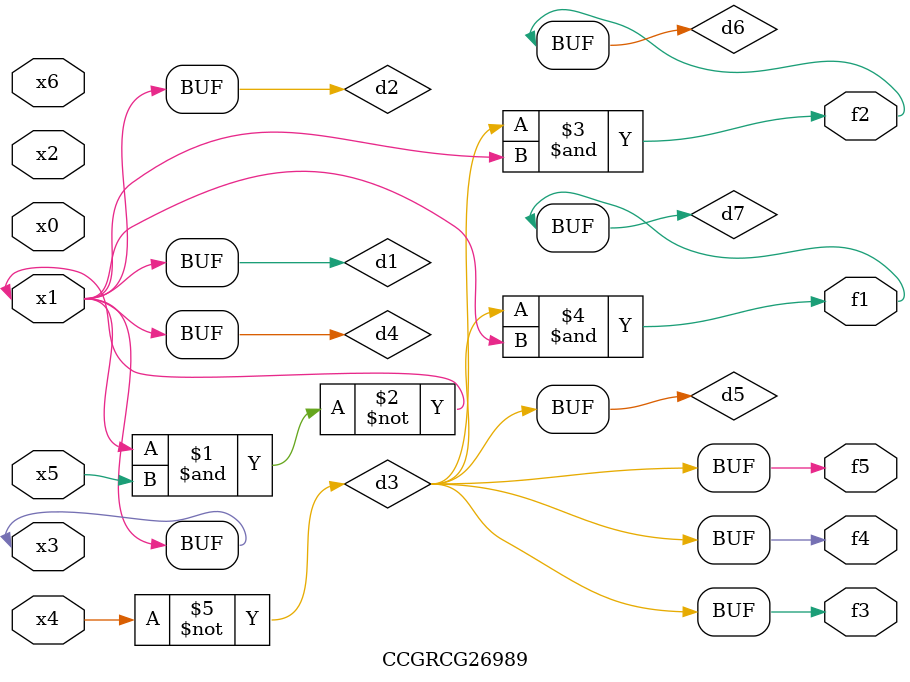
<source format=v>
module CCGRCG26989(
	input x0, x1, x2, x3, x4, x5, x6,
	output f1, f2, f3, f4, f5
);

	wire d1, d2, d3, d4, d5, d6, d7;

	buf (d1, x1, x3);
	nand (d2, x1, x5);
	not (d3, x4);
	buf (d4, d1, d2);
	buf (d5, d3);
	and (d6, d3, d4);
	and (d7, d3, d4);
	assign f1 = d7;
	assign f2 = d6;
	assign f3 = d5;
	assign f4 = d5;
	assign f5 = d5;
endmodule

</source>
